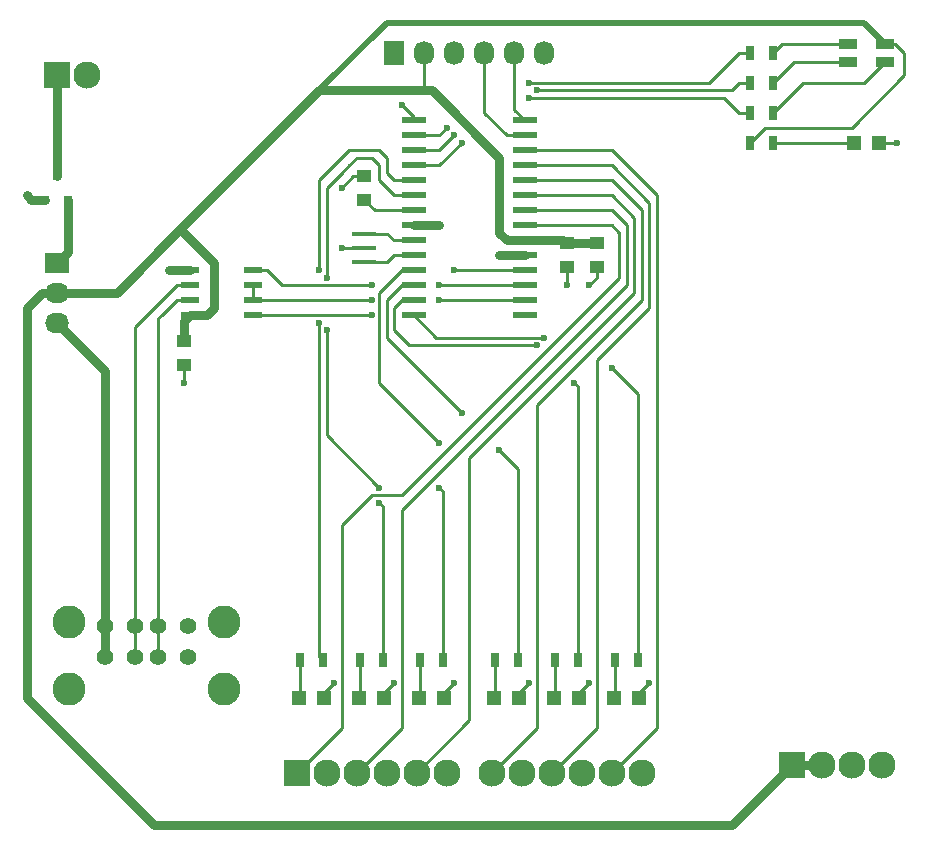
<source format=gtl>
G04 #@! TF.FileFunction,Copper,L1,Top,Signal*
%FSLAX46Y46*%
G04 Gerber Fmt 4.6, Leading zero omitted, Abs format (unit mm)*
G04 Created by KiCad (PCBNEW 4.0.1-stable) date 10/19/2016 12:19:55 AM*
%MOMM*%
G01*
G04 APERTURE LIST*
%ADD10C,0.101600*%
%ADD11R,1.250000X1.000000*%
%ADD12R,1.500000X0.900000*%
%ADD13R,2.000000X0.600000*%
%ADD14R,2.032000X1.727200*%
%ADD15O,2.032000X1.727200*%
%ADD16C,2.300000*%
%ADD17R,2.300000X2.300000*%
%ADD18R,1.727200X2.032000*%
%ADD19O,1.727200X2.032000*%
%ADD20R,0.700000X1.300000*%
%ADD21R,1.550000X0.600000*%
%ADD22R,2.000000X0.400000*%
%ADD23R,0.800100X0.800100*%
%ADD24R,1.198880X1.198880*%
%ADD25C,1.420000*%
%ADD26C,2.800000*%
%ADD27C,0.600000*%
%ADD28C,0.762000*%
%ADD29C,0.508000*%
%ADD30C,0.254000*%
G04 APERTURE END LIST*
D10*
D11*
X48260000Y51165000D03*
X48260000Y49165000D03*
X50800000Y51165000D03*
X50800000Y49165000D03*
X31115000Y54880000D03*
X31115000Y56880000D03*
X15875000Y42910000D03*
X15875000Y40910000D03*
D12*
X75210000Y66560000D03*
X75210000Y68060000D03*
X72110000Y68060000D03*
X72110000Y66560000D03*
D13*
X35305000Y61595000D03*
X35305000Y60325000D03*
X35305000Y59055000D03*
X35305000Y57785000D03*
X35305000Y56515000D03*
X35305000Y55245000D03*
X35305000Y53975000D03*
X35305000Y52705000D03*
X35305000Y51435000D03*
X35305000Y50165000D03*
X35305000Y48895000D03*
X35305000Y47625000D03*
X35305000Y46355000D03*
X35305000Y45085000D03*
X44705000Y45085000D03*
X44705000Y46355000D03*
X44705000Y47625000D03*
X44705000Y48895000D03*
X44705000Y50165000D03*
X44705000Y51435000D03*
X44705000Y52705000D03*
X44705000Y53975000D03*
X44705000Y55245000D03*
X44705000Y56515000D03*
X44705000Y57785000D03*
X44705000Y59055000D03*
X44705000Y60325000D03*
X44705000Y61595000D03*
D14*
X5080000Y49530000D03*
D15*
X5080000Y46990000D03*
X5080000Y44450000D03*
D16*
X49530000Y6350000D03*
X44450000Y6350000D03*
X41910000Y6350000D03*
X46990000Y6350000D03*
X52070000Y6350000D03*
X54610000Y6350000D03*
X38100000Y6350000D03*
X35560000Y6350000D03*
X33020000Y6350000D03*
X30480000Y6350000D03*
X27940000Y6350000D03*
D17*
X25400000Y6350000D03*
X25400000Y6350000D03*
D16*
X27940000Y6350000D03*
X30480000Y6350000D03*
X33020000Y6350000D03*
X35560000Y6350000D03*
X38100000Y6350000D03*
D18*
X33655000Y67310000D03*
D19*
X36195000Y67310000D03*
X38735000Y67310000D03*
X41275000Y67310000D03*
X43815000Y67310000D03*
X46355000Y67310000D03*
D17*
X5080000Y65405000D03*
D16*
X7620000Y65405000D03*
D20*
X27620000Y15875000D03*
X25720000Y15875000D03*
X32700000Y15875000D03*
X30800000Y15875000D03*
X37780000Y15875000D03*
X35880000Y15875000D03*
X44130000Y15875000D03*
X42230000Y15875000D03*
X49210000Y15875000D03*
X47310000Y15875000D03*
X54290000Y15875000D03*
X52390000Y15875000D03*
X65720000Y64770000D03*
X63820000Y64770000D03*
X65720000Y62230000D03*
X63820000Y62230000D03*
X63820000Y59690000D03*
X65720000Y59690000D03*
X65720000Y67310000D03*
X63820000Y67310000D03*
D21*
X21750000Y45085000D03*
X21750000Y46355000D03*
X21750000Y47625000D03*
X21750000Y48895000D03*
X16350000Y48895000D03*
X16350000Y47625000D03*
X16350000Y46355000D03*
X16350000Y45085000D03*
D22*
X31115000Y50800000D03*
X31115000Y52000000D03*
X31115000Y49600000D03*
D23*
X4130000Y54879240D03*
X6030000Y54879240D03*
X5080000Y56878220D03*
D24*
X54389020Y12700000D03*
X52290980Y12700000D03*
X49309020Y12700000D03*
X47210980Y12700000D03*
X44229020Y12700000D03*
X42130980Y12700000D03*
X37879020Y12700000D03*
X35780980Y12700000D03*
X32799020Y12700000D03*
X30700980Y12700000D03*
X27719020Y12700000D03*
X25620980Y12700000D03*
X74709020Y59690000D03*
X72610980Y59690000D03*
D25*
X9200000Y18805005D03*
X11700000Y18805005D03*
X13700000Y18805005D03*
X16200000Y18805005D03*
X9200000Y16185005D03*
X11700000Y16185005D03*
X13700000Y16185005D03*
X16200000Y16185005D03*
D26*
X19270000Y13475005D03*
X19270000Y19155005D03*
X6130000Y19155005D03*
X6130000Y13475005D03*
D17*
X67310000Y6985000D03*
D16*
X69850000Y6985000D03*
X72390000Y6985000D03*
X74930000Y6985000D03*
D27*
X50165000Y47625000D03*
X15875000Y39370000D03*
X48260000Y47625000D03*
X14605000Y48895000D03*
X42545000Y50165000D03*
X76200000Y59690000D03*
X2540000Y55245000D03*
X37465000Y52705000D03*
X29210000Y55880000D03*
X29210000Y50800000D03*
X28575000Y13970000D03*
X33655000Y13970000D03*
X38735000Y13970000D03*
X45085000Y13970000D03*
X50165000Y13970000D03*
X55245000Y13970000D03*
X34290000Y62865000D03*
X38100000Y60960000D03*
X45085000Y64770000D03*
X38735000Y60325000D03*
X45720000Y64135000D03*
X39370000Y59690000D03*
X45085000Y63500000D03*
X27305000Y48895000D03*
X27305000Y44450000D03*
X27940000Y48260000D03*
X27940000Y43815000D03*
X32385000Y30480000D03*
X32385000Y29210000D03*
X37465000Y34290000D03*
X37465000Y30480000D03*
X39370000Y36830000D03*
X42545000Y33655000D03*
X45720000Y42545000D03*
X48895000Y39370000D03*
X46355000Y43180000D03*
X52070000Y40640000D03*
X37465000Y46355000D03*
X31750000Y46355000D03*
X37465000Y47625000D03*
X31750000Y47625000D03*
X38735000Y48895000D03*
X31750000Y45085000D03*
D28*
X67310000Y6985000D02*
X69850000Y6985000D01*
X13335000Y1905000D02*
X62230000Y1905000D01*
X13335000Y1905000D02*
X2540000Y12700000D01*
X2540000Y12700000D02*
X2540000Y45720000D01*
X2540000Y45720000D02*
X3810000Y46990000D01*
X5080000Y46990000D02*
X3810000Y46990000D01*
X62230000Y1905000D02*
X67310000Y6985000D01*
X5080000Y46990000D02*
X10160000Y46990000D01*
X10160000Y46990000D02*
X15557500Y52387500D01*
X15557500Y52387500D02*
X27305000Y64135000D01*
X43180000Y51435000D02*
X44705000Y51435000D01*
X17780000Y45085000D02*
X18415000Y45720000D01*
X18415000Y45720000D02*
X18415000Y49530000D01*
X18415000Y49530000D02*
X15557500Y52387500D01*
X16350000Y45085000D02*
X17780000Y45085000D01*
X15875000Y44610000D02*
X16350000Y45085000D01*
X15875000Y42910000D02*
X15875000Y44610000D01*
X47990000Y51435000D02*
X48260000Y51165000D01*
X44705000Y51435000D02*
X47990000Y51435000D01*
X48260000Y51165000D02*
X50800000Y51165000D01*
D29*
X33020000Y69850000D02*
X73420000Y69850000D01*
X73420000Y69850000D02*
X75210000Y68060000D01*
X27305000Y64135000D02*
X33020000Y69850000D01*
D30*
X65090000Y60960000D02*
X72390000Y60960000D01*
X72390000Y60960000D02*
X76835000Y65405000D01*
X76835000Y65405000D02*
X76835000Y67310000D01*
X76835000Y67310000D02*
X76085000Y68060000D01*
X76085000Y68060000D02*
X75210000Y68060000D01*
X63820000Y59690000D02*
X65090000Y60960000D01*
D28*
X27305000Y64135000D02*
X36195000Y64135000D01*
X42545000Y52070000D02*
X43180000Y51435000D01*
X36195000Y64135000D02*
X36830000Y64135000D01*
X36830000Y64135000D02*
X42545000Y58420000D01*
X42545000Y58420000D02*
X42545000Y52070000D01*
D30*
X36195000Y67310000D02*
X36195000Y64135000D01*
X50800000Y49165000D02*
X50800000Y48260000D01*
X50800000Y48260000D02*
X50165000Y47625000D01*
X15875000Y40910000D02*
X15875000Y39370000D01*
X48260000Y49165000D02*
X48260000Y47625000D01*
D28*
X16350000Y48895000D02*
X14605000Y48895000D01*
X44705000Y50165000D02*
X42545000Y50165000D01*
D30*
X74709020Y59690000D02*
X76200000Y59690000D01*
D28*
X4130000Y54879240D02*
X2905760Y54879240D01*
X2905760Y54879240D02*
X2540000Y55245000D01*
X35305000Y52705000D02*
X37465000Y52705000D01*
D30*
X35305000Y52705000D02*
X37465000Y52705000D01*
X31115000Y56880000D02*
X30210000Y56880000D01*
X30210000Y56880000D02*
X29210000Y55880000D01*
X31115000Y50800000D02*
X29210000Y50800000D01*
X27719020Y13114020D02*
X28575000Y13970000D01*
X27719020Y12700000D02*
X27719020Y13114020D01*
X32799020Y13114020D02*
X33655000Y13970000D01*
X32799020Y12700000D02*
X32799020Y13114020D01*
X37879020Y13114020D02*
X38735000Y13970000D01*
X37879020Y12700000D02*
X37879020Y13114020D01*
X44229020Y13114020D02*
X45085000Y13970000D01*
X44229020Y12700000D02*
X44229020Y13114020D01*
X49309020Y13114020D02*
X50165000Y13970000D01*
X49309020Y12700000D02*
X49309020Y13114020D01*
X54389020Y12700000D02*
X54389020Y12936222D01*
X54389020Y13114020D02*
X55245000Y13970000D01*
X54389020Y12700000D02*
X54389020Y13114020D01*
X32020000Y53975000D02*
X35305000Y53975000D01*
X31115000Y54880000D02*
X32020000Y53975000D01*
X25720000Y12799020D02*
X25620980Y12700000D01*
X25720000Y15875000D02*
X25720000Y12799020D01*
X30800000Y12799020D02*
X30700980Y12700000D01*
X30800000Y15875000D02*
X30800000Y12799020D01*
X35880000Y12799020D02*
X35780980Y12700000D01*
X35880000Y15875000D02*
X35880000Y12799020D01*
X42230000Y12799020D02*
X42130980Y12700000D01*
X42230000Y15875000D02*
X42230000Y12799020D01*
X47310000Y12799020D02*
X47210980Y12700000D01*
X47310000Y15875000D02*
X47310000Y12799020D01*
X52390000Y12799020D02*
X52290980Y12700000D01*
X52390000Y15875000D02*
X52390000Y12799020D01*
X68260000Y64770000D02*
X73420000Y64770000D01*
X73420000Y64770000D02*
X75210000Y66560000D01*
X65720000Y62230000D02*
X68260000Y64770000D01*
X66470000Y68060000D02*
X72110000Y68060000D01*
X65720000Y67310000D02*
X66470000Y68060000D01*
X67510000Y66560000D02*
X72110000Y66560000D01*
X65720000Y64770000D02*
X67510000Y66560000D01*
X65720000Y59690000D02*
X72610980Y59690000D01*
X35305000Y61850000D02*
X35305000Y61595000D01*
X34290000Y62865000D02*
X35305000Y61850000D01*
X37465000Y60325000D02*
X38100000Y60960000D01*
X45085000Y64770000D02*
X60325000Y64770000D01*
X60325000Y64770000D02*
X62865000Y67310000D01*
X62865000Y67310000D02*
X63820000Y67310000D01*
X35305000Y60325000D02*
X37465000Y60325000D01*
X37465000Y59055000D02*
X38735000Y60325000D01*
X45720000Y64135000D02*
X62230000Y64135000D01*
X62230000Y64135000D02*
X62865000Y64770000D01*
X62865000Y64770000D02*
X63820000Y64770000D01*
X35305000Y59055000D02*
X37465000Y59055000D01*
X37465000Y57785000D02*
X39370000Y59690000D01*
X45085000Y63500000D02*
X60325000Y63500000D01*
X60325000Y63500000D02*
X61595000Y63500000D01*
X61595000Y63500000D02*
X62865000Y62230000D01*
X62865000Y62230000D02*
X63820000Y62230000D01*
X35305000Y57785000D02*
X37465000Y57785000D01*
X27305000Y16190000D02*
X27620000Y15875000D01*
X27305000Y56515000D02*
X27305000Y48895000D01*
X27305000Y44450000D02*
X27305000Y26985000D01*
X33655000Y56515000D02*
X35305000Y56515000D01*
X29845000Y59055000D02*
X28575000Y57785000D01*
X32385000Y59055000D02*
X29845000Y59055000D01*
X33020000Y58420000D02*
X32385000Y59055000D01*
X33020000Y57150000D02*
X33020000Y58420000D01*
X33655000Y56515000D02*
X33020000Y57150000D01*
X28575000Y57785000D02*
X27305000Y56515000D01*
X27305000Y16190000D02*
X27305000Y26985000D01*
X27940000Y55880000D02*
X27940000Y48260000D01*
X27940000Y43815000D02*
X27940000Y34925000D01*
X27940000Y34925000D02*
X32385000Y30480000D01*
X33655000Y55245000D02*
X35305000Y55245000D01*
X32700000Y26670000D02*
X32700000Y28895000D01*
X32385000Y29210000D02*
X32700000Y28895000D01*
X29845000Y57785000D02*
X29210000Y57150000D01*
X30480000Y58420000D02*
X29845000Y57785000D01*
X31750000Y58420000D02*
X30480000Y58420000D01*
X32385000Y57785000D02*
X31750000Y58420000D01*
X32385000Y56515000D02*
X32385000Y57785000D01*
X33655000Y55245000D02*
X32385000Y56515000D01*
X29210000Y57150000D02*
X27940000Y55880000D01*
X32700000Y15875000D02*
X32700000Y26670000D01*
X33090000Y52000000D02*
X33655000Y51435000D01*
X33655000Y51435000D02*
X35305000Y51435000D01*
X31115000Y52000000D02*
X33090000Y52000000D01*
X33090000Y49600000D02*
X33655000Y50165000D01*
X33655000Y50165000D02*
X35305000Y50165000D01*
X31115000Y49600000D02*
X33090000Y49600000D01*
X34290000Y48895000D02*
X32385000Y46990000D01*
X32385000Y46990000D02*
X32385000Y39370000D01*
X32385000Y39370000D02*
X37465000Y34290000D01*
X37465000Y30480000D02*
X37780000Y30165000D01*
X37780000Y30165000D02*
X37780000Y26670000D01*
X34290000Y48895000D02*
X35305000Y48895000D01*
X37780000Y15875000D02*
X37780000Y26670000D01*
X34290000Y47625000D02*
X33020000Y46355000D01*
X33020000Y46355000D02*
X33020000Y43180000D01*
X33020000Y43180000D02*
X34290000Y41910000D01*
X34290000Y41910000D02*
X39370000Y36830000D01*
X42545000Y33655000D02*
X44130000Y32070000D01*
X44130000Y32070000D02*
X44130000Y26670000D01*
X34290000Y47625000D02*
X35305000Y47625000D01*
X44130000Y15875000D02*
X44130000Y26670000D01*
X34290000Y46355000D02*
X33655000Y45720000D01*
X33655000Y45720000D02*
X33655000Y43815000D01*
X33655000Y43815000D02*
X34925000Y42545000D01*
X34925000Y42545000D02*
X45720000Y42545000D01*
X48895000Y39370000D02*
X49210000Y39055000D01*
X49210000Y39055000D02*
X49210000Y26670000D01*
X34290000Y46355000D02*
X35305000Y46355000D01*
X49210000Y15875000D02*
X49210000Y26670000D01*
X37210000Y43180000D02*
X35305000Y45085000D01*
X52070000Y40640000D02*
X54290000Y38420000D01*
X54290000Y26670000D02*
X54290000Y38420000D01*
X37210000Y43180000D02*
X46355000Y43180000D01*
X54290000Y15875000D02*
X54290000Y26670000D01*
X21750000Y46355000D02*
X31750000Y46355000D01*
X37465000Y46355000D02*
X44705000Y46355000D01*
X21750000Y47625000D02*
X21750000Y46355000D01*
X21750000Y48895000D02*
X22860000Y48895000D01*
X37465000Y47625000D02*
X44705000Y47625000D01*
X24130000Y47625000D02*
X31750000Y47625000D01*
X22860000Y48895000D02*
X24130000Y47625000D01*
X21750000Y45085000D02*
X31750000Y45085000D01*
X38735000Y48895000D02*
X44705000Y48895000D01*
X29210000Y10160000D02*
X29210000Y13335000D01*
X30480000Y28575000D02*
X29210000Y27305000D01*
X29210000Y21590000D02*
X29210000Y27305000D01*
X29210000Y13335000D02*
X29210000Y21590000D01*
X25400000Y6350000D02*
X29210000Y10160000D01*
X30480000Y28575000D02*
X31750000Y29845000D01*
X31750000Y29845000D02*
X34290000Y29845000D01*
X34290000Y29845000D02*
X46990000Y42545000D01*
X52070000Y52705000D02*
X52705000Y52070000D01*
X52705000Y52070000D02*
X52705000Y48260000D01*
X52705000Y48260000D02*
X52070000Y47625000D01*
X52070000Y52705000D02*
X44705000Y52705000D01*
X46990000Y42545000D02*
X52070000Y47625000D01*
X34290000Y10160000D02*
X34290000Y13335000D01*
X34290000Y13335000D02*
X34290000Y21590000D01*
X30480000Y6350000D02*
X34290000Y10160000D01*
X34290000Y21590000D02*
X34290000Y28575000D01*
X34290000Y28575000D02*
X47625000Y41910000D01*
X52070000Y53975000D02*
X53340000Y52705000D01*
X53340000Y52705000D02*
X53340000Y47625000D01*
X53340000Y47625000D02*
X47625000Y41910000D01*
X52070000Y53975000D02*
X44705000Y53975000D01*
X52070000Y55245000D02*
X44705000Y55245000D01*
X53975000Y53340000D02*
X52070000Y55245000D01*
X53975000Y46990000D02*
X53975000Y53340000D01*
X40005000Y33020000D02*
X53975000Y46990000D01*
X40005000Y22225000D02*
X40005000Y33020000D01*
X40005000Y13970000D02*
X40005000Y22225000D01*
X40005000Y10795000D02*
X40005000Y13970000D01*
X35560000Y6350000D02*
X40005000Y10795000D01*
X45720000Y10160000D02*
X45720000Y13335000D01*
X52070000Y56515000D02*
X44705000Y56515000D01*
X54610000Y53975000D02*
X52070000Y56515000D01*
X54610000Y46355000D02*
X54610000Y53975000D01*
X45720000Y37465000D02*
X54610000Y46355000D01*
X45720000Y21590000D02*
X45720000Y37465000D01*
X45720000Y13335000D02*
X45720000Y21590000D01*
X41910000Y6350000D02*
X45720000Y10160000D01*
X50800000Y10160000D02*
X50800000Y13335000D01*
X52070000Y57785000D02*
X44705000Y57785000D01*
X55245000Y54610000D02*
X52070000Y57785000D01*
X55245000Y45720000D02*
X55245000Y54610000D01*
X50800000Y41275000D02*
X55245000Y45720000D01*
X50800000Y21590000D02*
X50800000Y41275000D01*
X50800000Y13335000D02*
X50800000Y21590000D01*
X46990000Y6350000D02*
X50800000Y10160000D01*
X55880000Y10160000D02*
X55880000Y13335000D01*
X52070000Y59055000D02*
X44705000Y59055000D01*
X55880000Y55245000D02*
X52070000Y59055000D01*
X55880000Y54610000D02*
X55880000Y55245000D01*
X55880000Y45720000D02*
X55880000Y54610000D01*
X55880000Y13335000D02*
X55880000Y21590000D01*
X52070000Y6350000D02*
X55880000Y10160000D01*
X55880000Y21590000D02*
X55880000Y45720000D01*
X41275000Y62230000D02*
X41275000Y67310000D01*
X43180000Y60325000D02*
X41275000Y62230000D01*
X44705000Y60325000D02*
X43180000Y60325000D01*
X43815000Y62485000D02*
X43815000Y67310000D01*
X44705000Y61595000D02*
X43815000Y62485000D01*
D28*
X9200000Y37790000D02*
X9200000Y40330000D01*
X9200000Y18805005D02*
X9200000Y37790000D01*
X9200000Y40330000D02*
X5080000Y44450000D01*
X9200000Y16185005D02*
X9200000Y18805005D01*
D30*
X11700000Y18805005D02*
X11700000Y44085000D01*
X11700000Y44085000D02*
X12065000Y44450000D01*
X11700000Y18805005D02*
X11700000Y16185005D01*
X11700000Y44085000D02*
X12065000Y44450000D01*
X12065000Y44450000D02*
X15240000Y47625000D01*
X15240000Y47625000D02*
X16350000Y47625000D01*
X13700000Y18805005D02*
X13700000Y44815000D01*
X13700000Y44815000D02*
X13970000Y45085000D01*
X13700000Y18805005D02*
X13700000Y16185005D01*
X13700000Y44815000D02*
X13970000Y45085000D01*
X13970000Y45085000D02*
X15240000Y46355000D01*
X15240000Y46355000D02*
X16350000Y46355000D01*
D28*
X5080000Y49530000D02*
X6030000Y50480000D01*
X6030000Y50480000D02*
X6030000Y54879240D01*
X5080000Y65405000D02*
X5080000Y56878220D01*
M02*

</source>
